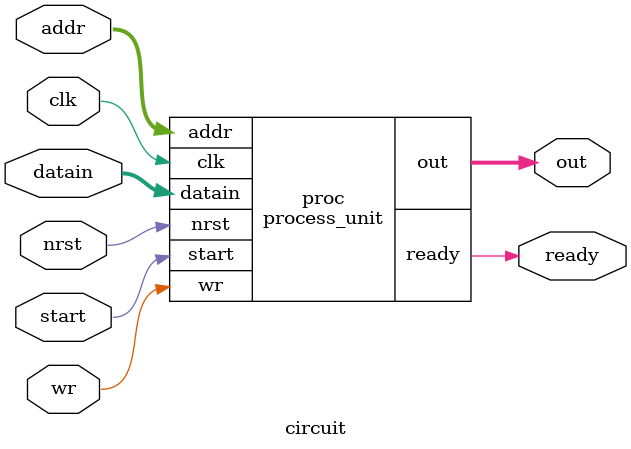
<source format=sv>
  module memory( input logic rd, wr, clk, input logic [9:0] rdaddr, wraddr,
                input logic [15:0] in, output logic [15:0] out
  );
    logic [15:0] mem [0:1023];
    assign out = rd ? mem[rdaddr] : out;
    always_ff @(posedge clk) if (wr) mem[wraddr] <= in;
  endmodule

  module arithmetic_unit(input nrst, clk, push,en,
                input logic [15:0] d, input logic [2:0] op,
                output logic [15:0] out, output logic [9:0] cnt
  );

  const logic read = 1;
  const logic write = 1;
  logic prev_load;
  logic [9:0] read_addr,write_addr;
  logic [15:0] top,register,data,read_value,second;

  memory stos(read,write,clk,read_addr,write_addr,data,read_value);

  assign register = prev_load ? read_value : top;
  assign out = register;
  always_ff @(posedge clk or negedge nrst)
  if(!nrst) begin 
    top <= 0;
    cnt <= 0;
    prev_load <= 0;
    read_addr <= 0;
    write_addr <= 0;
  end else if(push & en) begin 
    prev_load <= 0;
    data <= second;
    second <= top;
    top <= d;
    read_addr <= cnt - 2;
    write_addr <= cnt - 2;
    cnt <= cnt + 1;
  end else if (en) begin
    unique case(op)
    0 : begin 
      write_addr <= cnt - 2;
      data <= second;
      if(register[15] || register == 0) top <= 0; else top <= 1;
      prev_load <= 0;
    end
    1 : if(cnt > 0) begin 
      write_addr <= cnt - 2;
      data <= second;
      top <= 0 - register;
      prev_load <= 0;
    end
    2 : if(cnt > 1) begin 
      prev_load <= 0;
      top <= register + second; 
      second <= read_value; 
      read_addr <= cnt - 3;
      write_addr <= cnt - 2;
      data <= read_value;
      cnt <= cnt - 1; 
    end
    3 : if(cnt > 1) begin 
      top <= register * second; 
      second <= read_value; 
      read_addr <= cnt - 3;
      write_addr <= cnt - 2;
      data <= read_value;
      cnt <= cnt - 1; 
      prev_load <= 0;
    end
    4 : if(cnt > 1) begin 
      top <= second; 
      second <= register; 
      prev_load <= 0;
      write_addr <= cnt - 2;
      data <= register;
    end
    5 : if(cnt > 0) begin
      if(register != 0) begin
        prev_load <= 1;
        write_addr <= cnt - 2;
        data <= second; 
        second <= register;
        read_addr <= cnt - 2 - register[9:0];
        cnt <= cnt + 1; 
      end
      else begin 
        prev_load <= 0;
        write_addr <= cnt - 2;
        data <= second;
        second <= register;
        read_addr <= cnt - 2;
        top <= second;
        cnt <= cnt + 1;
      end
    end
    6 : if(cnt > 0) begin 
      prev_load <= 0;
      top <= second; 
      second <= read_value;
      read_addr <= cnt - 3;
      write_addr <= cnt - 2;
      data <= read_value;
      cnt <= cnt - 1; 
    end
    7 : if(cnt > 0) begin 
      prev_load <= 0;
      top <= second; 
      second <= read_value;
      read_addr <= cnt - 3;
      write_addr <= cnt - 2;
      data <= read_value;
      cnt <= cnt - 1; 
    end
    endcase
  end else top <= prev_load ? read_value : top;
  endmodule

  module process_unit(input clk, nrst, wr, start, input logic [9:0] addr, 
                      input logic [15:0] datain, output ready, output logic [15:0] out);
    const logic READY = 1, BUSY = 0;
    logic [9:0] program_counter, write_addr;
    logic [15:0] instruction,data;
    logic en,state,write,push;
    memory code(1,write,clk,program_counter,write_addr,data,instruction);
    arithmetic_unit ar(nrst,clk,push,en,instruction[14:0],instruction[2:0],out,);
    always_comb begin 
      en = 0;
      push = 0;
      if(!ready) begin 
        en = !(instruction[15] & instruction[14]);
        push = !instruction[15];
      end
    end
    always_ff @(posedge clk or negedge nrst)
    if(!nrst) begin 
      program_counter <= 0;
      ready <= 1;
      state <= READY;
      write <= 0;
    end else case(state)
    READY: if(ready) begin 
      if(start) begin 
        ready <= 0;
        state <= BUSY;
        program_counter <= 0;
        write <= 0;
      end else if (wr) begin
        write <= 1; 
        data <= datain;
        write_addr <= addr;
      end else write <= 0;
    end
    BUSY: if(instruction[15]) begin 
      if(instruction[14]) begin 
        ready <= 1;
        state <= READY;
        program_counter <= 0;
      end
      else begin 
        if(instruction[2:0] == 7) program_counter <= out[9:0];
        else program_counter <= program_counter + 1;
      end
    end else program_counter <= program_counter + 1;
    endcase
    
  endmodule


  module circuit (input clk, nrst, wr, start, 
                        input logic [9:0] addr, input logic [15:0] datain, 
                        output ready, output logic [15:0] out);
    process_unit proc(clk, nrst, wr, start, 
                        addr,datain, 
                        ready,out);
  endmodule
</source>
